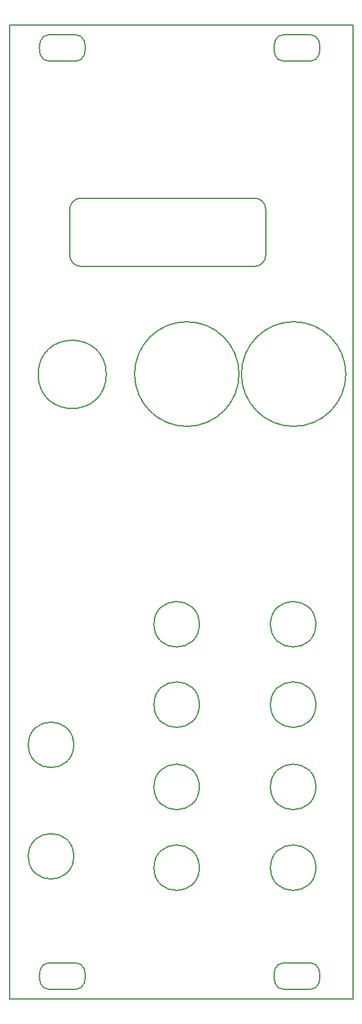
<source format=gbr>
%TF.GenerationSoftware,KiCad,Pcbnew,(6.0.7-1)-1*%
%TF.CreationDate,2022-12-12T14:07:04+01:00*%
%TF.ProjectId,panel,70616e65-6c2e-46b6-9963-61645f706362,rev?*%
%TF.SameCoordinates,Original*%
%TF.FileFunction,Profile,NP*%
%FSLAX46Y46*%
G04 Gerber Fmt 4.6, Leading zero omitted, Abs format (unit mm)*
G04 Created by KiCad (PCBNEW (6.0.7-1)-1) date 2022-12-12 14:07:04*
%MOMM*%
%LPD*%
G01*
G04 APERTURE LIST*
%TA.AperFunction,Profile*%
%ADD10C,0.200000*%
%TD*%
G04 APERTURE END LIST*
D10*
X62947997Y-25317000D02*
G75*
G03*
X62947998Y-23503002I-2911797J907000D01*
G01*
X30802000Y-22660000D02*
X27270000Y-22660000D01*
X66499000Y-67410000D02*
G75*
G03*
X66499000Y-67410000I-6900000J0D01*
G01*
X22036000Y-21410000D02*
X67416000Y-21410000D01*
X31500500Y-53210000D02*
X54419500Y-53210000D01*
X26124003Y-25317001D02*
G75*
G03*
X27270005Y-26160001I1145645J356971D01*
G01*
X30802000Y-145060000D02*
X27270000Y-145060000D01*
X57124005Y-147717000D02*
G75*
G03*
X58270005Y-148560001I1145645J356970D01*
G01*
X67416000Y-21410000D02*
X67416000Y-149810000D01*
X30536000Y-116310000D02*
G75*
G03*
X30536000Y-116310000I-3000000J0D01*
G01*
X31947997Y-25317000D02*
G75*
G03*
X31947998Y-23503002I-2911970J907001D01*
G01*
X61802000Y-145060000D02*
X58270000Y-145060000D01*
X47136000Y-121860000D02*
G75*
G03*
X47136000Y-121860000I-3000000J0D01*
G01*
X26124002Y-23503001D02*
G75*
G03*
X26124002Y-25316999I2912026J-906999D01*
G01*
X62536000Y-132510000D02*
G75*
G03*
X62536000Y-132510000I-3000000J0D01*
G01*
X58270003Y-145059996D02*
G75*
G03*
X57124004Y-145903001I-233J-1200134D01*
G01*
X61802000Y-22660000D02*
X58270000Y-22660000D01*
X57124002Y-23503001D02*
G75*
G03*
X57124002Y-25316999I2912198J-906999D01*
G01*
X52383000Y-67410000D02*
G75*
G03*
X52383000Y-67410000I-6900000J0D01*
G01*
X47136000Y-132510000D02*
G75*
G03*
X47136000Y-132510000I-3000000J0D01*
G01*
X27270000Y-26160000D02*
X30802000Y-26160000D01*
X47136000Y-100410000D02*
G75*
G03*
X47136000Y-100410000I-3000000J0D01*
G01*
X61801996Y-26159997D02*
G75*
G03*
X62947996Y-25317000I234J1200137D01*
G01*
X26124002Y-145903001D02*
G75*
G03*
X26124002Y-147716999I2912026J-906999D01*
G01*
X31947996Y-23503000D02*
G75*
G03*
X30801996Y-22660000I-1145674J-357011D01*
G01*
X30000500Y-45710000D02*
X30000500Y-51710000D01*
X30000500Y-51710000D02*
G75*
G03*
X31500500Y-53210000I1499994J-6D01*
G01*
X62947969Y-145903008D02*
G75*
G03*
X61801996Y-145060000I-1145669J-356992D01*
G01*
X62536000Y-100410000D02*
G75*
G03*
X62536000Y-100410000I-3000000J0D01*
G01*
X62947969Y-23503008D02*
G75*
G03*
X61801996Y-22660000I-1145669J-356992D01*
G01*
X27270000Y-148560000D02*
X30802000Y-148560000D01*
X30801996Y-26160000D02*
G75*
G03*
X31947996Y-25317000I232J1200139D01*
G01*
X54419500Y-53210000D02*
G75*
G03*
X55919500Y-51710000I-40J1500040D01*
G01*
X55919500Y-45710000D02*
G75*
G03*
X54419500Y-44210000I-1500000J0D01*
G01*
X54419500Y-44210000D02*
X31500500Y-44210000D01*
X31947996Y-145903000D02*
G75*
G03*
X30801996Y-145060000I-1145674J-357011D01*
G01*
X57124002Y-145903001D02*
G75*
G03*
X57124002Y-147716999I2912198J-906999D01*
G01*
X26124003Y-147717001D02*
G75*
G03*
X27270005Y-148560001I1145645J356971D01*
G01*
X58270003Y-22659996D02*
G75*
G03*
X57124004Y-23503001I-233J-1200134D01*
G01*
X61801996Y-148559997D02*
G75*
G03*
X62947996Y-147717000I234J1200137D01*
G01*
X55919500Y-51710000D02*
X55919500Y-45710000D01*
X62536000Y-121860000D02*
G75*
G03*
X62536000Y-121860000I-3000000J0D01*
G01*
X62947997Y-147717000D02*
G75*
G03*
X62947998Y-145903002I-2911797J907000D01*
G01*
X27270003Y-22660001D02*
G75*
G03*
X26124004Y-23503001I-236J-1200131D01*
G01*
X47136000Y-111010000D02*
G75*
G03*
X47136000Y-111010000I-3000000J0D01*
G01*
X34836000Y-67456000D02*
G75*
G03*
X34836000Y-67456000I-4500000J0D01*
G01*
X58270000Y-26160000D02*
X61802000Y-26160000D01*
X67416000Y-149810000D02*
X22036000Y-149810000D01*
X57124005Y-25317000D02*
G75*
G03*
X58270005Y-26160001I1145645J356970D01*
G01*
X62536000Y-111010000D02*
G75*
G03*
X62536000Y-111010000I-3000000J0D01*
G01*
X22036000Y-149810000D02*
X22036000Y-21410000D01*
X27270003Y-145060001D02*
G75*
G03*
X26124004Y-145903001I-236J-1200131D01*
G01*
X58270000Y-148560000D02*
X61802000Y-148560000D01*
X30801996Y-148560000D02*
G75*
G03*
X31947996Y-147717000I232J1200139D01*
G01*
X31500500Y-44210000D02*
G75*
G03*
X30000500Y-45710000I59J-1500059D01*
G01*
X31947997Y-147717000D02*
G75*
G03*
X31947998Y-145903002I-2911970J907001D01*
G01*
X30536000Y-131010000D02*
G75*
G03*
X30536000Y-131010000I-3000000J0D01*
G01*
M02*

</source>
